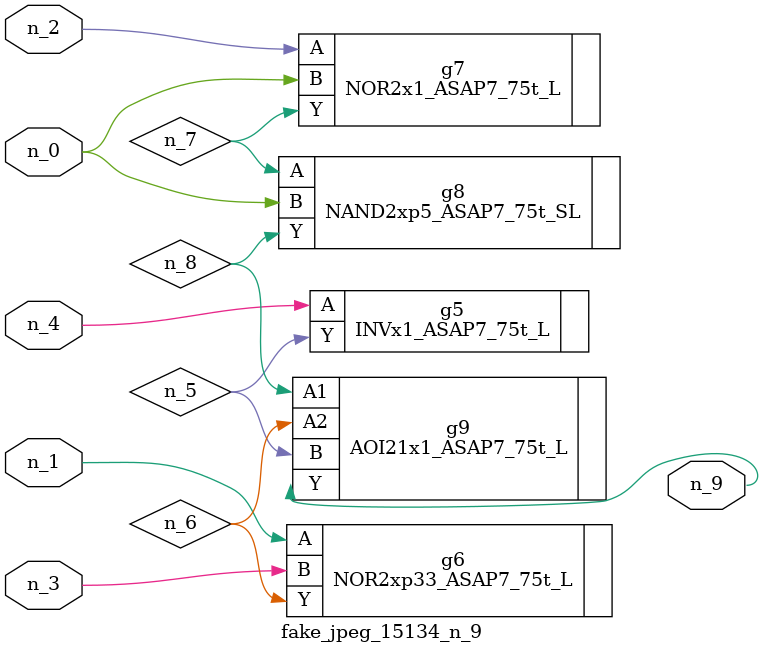
<source format=v>
module fake_jpeg_15134_n_9 (n_3, n_2, n_1, n_0, n_4, n_9);

input n_3;
input n_2;
input n_1;
input n_0;
input n_4;

output n_9;

wire n_8;
wire n_6;
wire n_5;
wire n_7;

INVx1_ASAP7_75t_L g5 ( 
.A(n_4),
.Y(n_5)
);

NOR2xp33_ASAP7_75t_L g6 ( 
.A(n_1),
.B(n_3),
.Y(n_6)
);

NOR2x1_ASAP7_75t_L g7 ( 
.A(n_2),
.B(n_0),
.Y(n_7)
);

NAND2xp5_ASAP7_75t_SL g8 ( 
.A(n_7),
.B(n_0),
.Y(n_8)
);

AOI21x1_ASAP7_75t_L g9 ( 
.A1(n_8),
.A2(n_6),
.B(n_5),
.Y(n_9)
);


endmodule
</source>
